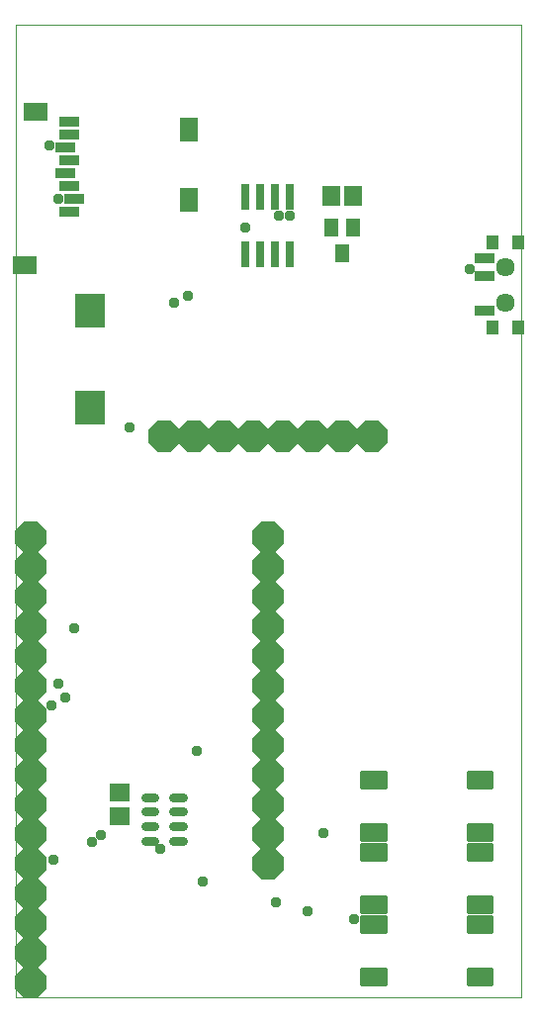
<source format=gts>
G75*
%MOIN*%
%OFA0B0*%
%FSLAX25Y25*%
%IPPOS*%
%LPD*%
%AMOC8*
5,1,8,0,0,1.08239X$1,22.5*
%
%ADD10C,0.00000*%
%ADD11R,0.08280X0.06312*%
%ADD12R,0.06312X0.07887*%
%ADD13R,0.06706X0.03556*%
%ADD14R,0.04737X0.06312*%
%ADD15R,0.05918X0.06706*%
%ADD16R,0.03000X0.08600*%
%ADD17C,0.02965*%
%ADD18R,0.07099X0.05918*%
%ADD19R,0.10288X0.11469*%
%ADD20R,0.03950X0.04737*%
%ADD21C,0.06343*%
%ADD22OC8,0.10800*%
%ADD23C,0.00935*%
%ADD24C,0.03778*%
D10*
X0057595Y0123933D02*
X0057595Y0451610D01*
X0227871Y0451610D01*
X0227871Y0123933D01*
X0057595Y0123933D01*
D11*
X0060745Y0370390D03*
X0064288Y0422358D03*
D12*
X0115863Y0416059D03*
X0115863Y0392437D03*
D13*
X0077280Y0392831D03*
X0075705Y0397161D03*
X0074131Y0401492D03*
X0075705Y0405823D03*
X0074131Y0410154D03*
X0075705Y0414484D03*
X0075705Y0418815D03*
X0075705Y0388500D03*
X0215705Y0372791D03*
X0215705Y0366886D03*
X0215705Y0355075D03*
D14*
X0171335Y0383264D03*
X0167595Y0374602D03*
X0163855Y0383264D03*
D15*
X0163855Y0393933D03*
X0171335Y0393933D03*
D16*
X0150095Y0393633D03*
X0145095Y0393633D03*
X0140095Y0393633D03*
X0135095Y0393633D03*
X0135095Y0374233D03*
X0140095Y0374233D03*
X0145095Y0374233D03*
X0150095Y0374233D03*
D17*
X0113895Y0191315D02*
X0110745Y0191315D01*
X0110745Y0191315D01*
X0113895Y0191315D01*
X0113895Y0191315D01*
X0113895Y0186394D02*
X0110745Y0186394D01*
X0110745Y0186394D01*
X0113895Y0186394D01*
X0113895Y0186394D01*
X0113895Y0181472D02*
X0110745Y0181472D01*
X0110745Y0181472D01*
X0113895Y0181472D01*
X0113895Y0181472D01*
X0113895Y0176551D02*
X0110745Y0176551D01*
X0110745Y0176551D01*
X0113895Y0176551D01*
X0113895Y0176551D01*
X0104446Y0176551D02*
X0101296Y0176551D01*
X0101296Y0176551D01*
X0104446Y0176551D01*
X0104446Y0176551D01*
X0104446Y0181472D02*
X0101296Y0181472D01*
X0101296Y0181472D01*
X0104446Y0181472D01*
X0104446Y0181472D01*
X0104446Y0186394D02*
X0101296Y0186394D01*
X0101296Y0186394D01*
X0104446Y0186394D01*
X0104446Y0186394D01*
X0104446Y0191315D02*
X0101296Y0191315D01*
X0101296Y0191315D01*
X0104446Y0191315D01*
X0104446Y0191315D01*
D18*
X0092595Y0192870D03*
X0092595Y0184996D03*
D19*
X0082595Y0322594D03*
X0082595Y0355272D03*
D20*
X0218264Y0349563D03*
X0226926Y0349563D03*
X0226926Y0378303D03*
X0218264Y0378303D03*
D21*
X0222595Y0369839D03*
X0222595Y0358028D03*
D22*
X0177595Y0313022D03*
X0167595Y0313022D03*
X0157595Y0313022D03*
X0147595Y0313022D03*
X0137595Y0313022D03*
X0127595Y0313022D03*
X0117595Y0313022D03*
X0107595Y0313022D03*
X0142595Y0278933D03*
X0142595Y0268933D03*
X0142595Y0258933D03*
X0142595Y0248933D03*
X0142595Y0238933D03*
X0142595Y0228933D03*
X0142595Y0218933D03*
X0142595Y0208933D03*
X0142595Y0198933D03*
X0142595Y0188933D03*
X0142595Y0178933D03*
X0142595Y0168933D03*
X0062595Y0168933D03*
X0062595Y0158933D03*
X0062595Y0148933D03*
X0062595Y0138933D03*
X0062595Y0128933D03*
X0062595Y0178933D03*
X0062595Y0188933D03*
X0062595Y0198933D03*
X0062595Y0208933D03*
X0062595Y0218933D03*
X0062595Y0228933D03*
X0062595Y0238933D03*
X0062595Y0248933D03*
X0062595Y0258933D03*
X0062595Y0268933D03*
X0062595Y0278933D03*
D23*
X0174068Y0199919D02*
X0182202Y0199919D01*
X0182202Y0194621D01*
X0174068Y0194621D01*
X0174068Y0199919D01*
X0174068Y0195555D02*
X0182202Y0195555D01*
X0182202Y0196489D02*
X0174068Y0196489D01*
X0174068Y0197423D02*
X0182202Y0197423D01*
X0182202Y0198357D02*
X0174068Y0198357D01*
X0174068Y0199291D02*
X0182202Y0199291D01*
X0182202Y0182281D02*
X0174068Y0182281D01*
X0182202Y0182281D02*
X0182202Y0176983D01*
X0174068Y0176983D01*
X0174068Y0182281D01*
X0174068Y0177917D02*
X0182202Y0177917D01*
X0182202Y0178851D02*
X0174068Y0178851D01*
X0174068Y0179785D02*
X0182202Y0179785D01*
X0182202Y0180719D02*
X0174068Y0180719D01*
X0174068Y0181653D02*
X0182202Y0181653D01*
X0182202Y0175509D02*
X0174068Y0175509D01*
X0182202Y0175509D02*
X0182202Y0170211D01*
X0174068Y0170211D01*
X0174068Y0175509D01*
X0174068Y0171145D02*
X0182202Y0171145D01*
X0182202Y0172079D02*
X0174068Y0172079D01*
X0174068Y0173013D02*
X0182202Y0173013D01*
X0182202Y0173947D02*
X0174068Y0173947D01*
X0174068Y0174881D02*
X0182202Y0174881D01*
X0182202Y0157871D02*
X0174068Y0157871D01*
X0182202Y0157871D02*
X0182202Y0152573D01*
X0174068Y0152573D01*
X0174068Y0157871D01*
X0174068Y0153507D02*
X0182202Y0153507D01*
X0182202Y0154441D02*
X0174068Y0154441D01*
X0174068Y0155375D02*
X0182202Y0155375D01*
X0182202Y0156309D02*
X0174068Y0156309D01*
X0174068Y0157243D02*
X0182202Y0157243D01*
X0182202Y0151100D02*
X0174068Y0151100D01*
X0182202Y0151100D02*
X0182202Y0145802D01*
X0174068Y0145802D01*
X0174068Y0151100D01*
X0174068Y0146736D02*
X0182202Y0146736D01*
X0182202Y0147670D02*
X0174068Y0147670D01*
X0174068Y0148604D02*
X0182202Y0148604D01*
X0182202Y0149538D02*
X0174068Y0149538D01*
X0174068Y0150472D02*
X0182202Y0150472D01*
X0182202Y0133462D02*
X0174068Y0133462D01*
X0182202Y0133462D02*
X0182202Y0128164D01*
X0174068Y0128164D01*
X0174068Y0133462D01*
X0174068Y0129098D02*
X0182202Y0129098D01*
X0182202Y0130032D02*
X0174068Y0130032D01*
X0174068Y0130966D02*
X0182202Y0130966D01*
X0182202Y0131900D02*
X0174068Y0131900D01*
X0174068Y0132834D02*
X0182202Y0132834D01*
X0209895Y0133462D02*
X0218029Y0133462D01*
X0218029Y0128164D01*
X0209895Y0128164D01*
X0209895Y0133462D01*
X0209895Y0129098D02*
X0218029Y0129098D01*
X0218029Y0130032D02*
X0209895Y0130032D01*
X0209895Y0130966D02*
X0218029Y0130966D01*
X0218029Y0131900D02*
X0209895Y0131900D01*
X0209895Y0132834D02*
X0218029Y0132834D01*
X0218029Y0151100D02*
X0209895Y0151100D01*
X0218029Y0151100D02*
X0218029Y0145802D01*
X0209895Y0145802D01*
X0209895Y0151100D01*
X0209895Y0146736D02*
X0218029Y0146736D01*
X0218029Y0147670D02*
X0209895Y0147670D01*
X0209895Y0148604D02*
X0218029Y0148604D01*
X0218029Y0149538D02*
X0209895Y0149538D01*
X0209895Y0150472D02*
X0218029Y0150472D01*
X0218029Y0157871D02*
X0209895Y0157871D01*
X0218029Y0157871D02*
X0218029Y0152573D01*
X0209895Y0152573D01*
X0209895Y0157871D01*
X0209895Y0153507D02*
X0218029Y0153507D01*
X0218029Y0154441D02*
X0209895Y0154441D01*
X0209895Y0155375D02*
X0218029Y0155375D01*
X0218029Y0156309D02*
X0209895Y0156309D01*
X0209895Y0157243D02*
X0218029Y0157243D01*
X0218029Y0175509D02*
X0209895Y0175509D01*
X0218029Y0175509D02*
X0218029Y0170211D01*
X0209895Y0170211D01*
X0209895Y0175509D01*
X0209895Y0171145D02*
X0218029Y0171145D01*
X0218029Y0172079D02*
X0209895Y0172079D01*
X0209895Y0173013D02*
X0218029Y0173013D01*
X0218029Y0173947D02*
X0209895Y0173947D01*
X0209895Y0174881D02*
X0218029Y0174881D01*
X0218029Y0182281D02*
X0209895Y0182281D01*
X0218029Y0182281D02*
X0218029Y0176983D01*
X0209895Y0176983D01*
X0209895Y0182281D01*
X0209895Y0177917D02*
X0218029Y0177917D01*
X0218029Y0178851D02*
X0209895Y0178851D01*
X0209895Y0179785D02*
X0218029Y0179785D01*
X0218029Y0180719D02*
X0209895Y0180719D01*
X0209895Y0181653D02*
X0218029Y0181653D01*
X0218029Y0199919D02*
X0209895Y0199919D01*
X0218029Y0199919D02*
X0218029Y0194621D01*
X0209895Y0194621D01*
X0209895Y0199919D01*
X0209895Y0195555D02*
X0218029Y0195555D01*
X0218029Y0196489D02*
X0209895Y0196489D01*
X0209895Y0197423D02*
X0218029Y0197423D01*
X0218029Y0198357D02*
X0209895Y0198357D01*
X0209895Y0199291D02*
X0218029Y0199291D01*
D24*
X0171595Y0150333D03*
X0155995Y0152733D03*
X0145195Y0155733D03*
X0161395Y0179133D03*
X0120595Y0162933D03*
X0106195Y0173733D03*
X0086395Y0178533D03*
X0083395Y0176133D03*
X0070195Y0170133D03*
X0069595Y0222333D03*
X0074395Y0224733D03*
X0071995Y0229533D03*
X0077395Y0248133D03*
X0095995Y0315933D03*
X0110995Y0357933D03*
X0115795Y0360333D03*
X0134995Y0383133D03*
X0146395Y0387333D03*
X0149995Y0387333D03*
X0210595Y0369333D03*
X0118795Y0206733D03*
X0071995Y0392733D03*
X0068995Y0410733D03*
M02*

</source>
